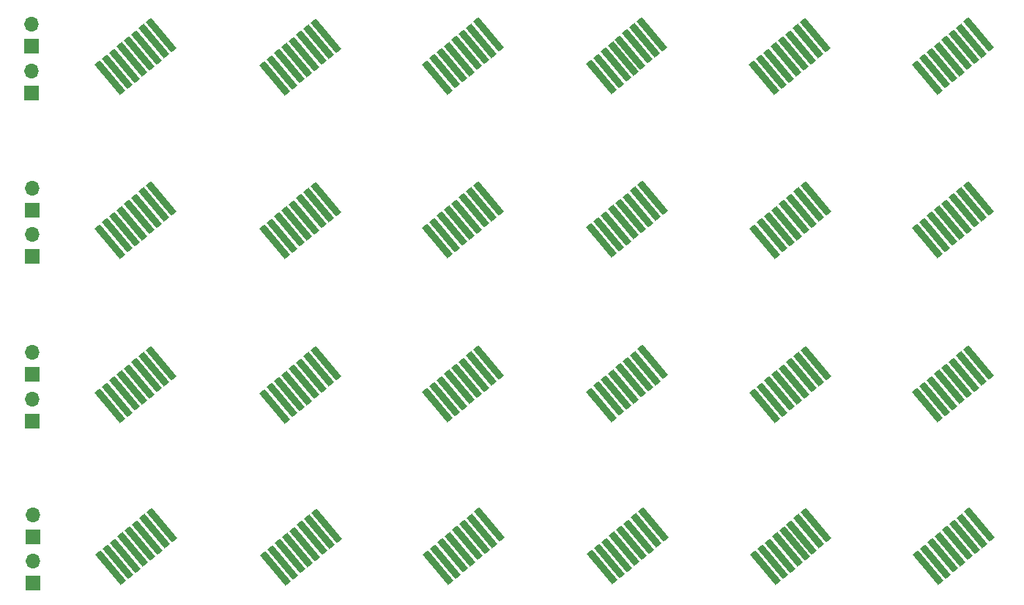
<source format=gbr>
%TF.GenerationSoftware,KiCad,Pcbnew,(6.0.1)*%
%TF.CreationDate,2023-02-20T14:11:09+01:00*%
%TF.ProjectId,omniscope,6f6d6e69-7363-46f7-9065-2e6b69636164,rev?*%
%TF.SameCoordinates,Original*%
%TF.FileFunction,Soldermask,Top*%
%TF.FilePolarity,Negative*%
%FSLAX46Y46*%
G04 Gerber Fmt 4.6, Leading zero omitted, Abs format (unit mm)*
G04 Created by KiCad (PCBNEW (6.0.1)) date 2023-02-20 14:11:09*
%MOMM*%
%LPD*%
G01*
G04 APERTURE LIST*
G04 Aperture macros list*
%AMRotRect*
0 Rectangle, with rotation*
0 The origin of the aperture is its center*
0 $1 length*
0 $2 width*
0 $3 Rotation angle, in degrees counterclockwise*
0 Add horizontal line*
21,1,$1,$2,0,0,$3*%
G04 Aperture macros list end*
%ADD10RotRect,0.806000X4.586000X40.000000*%
%ADD11RotRect,0.800000X4.586000X40.000000*%
%ADD12RotRect,0.808000X4.586000X40.000000*%
%ADD13RotRect,0.810000X4.586000X40.000000*%
%ADD14R,1.700000X1.700000*%
%ADD15O,1.700000X1.700000*%
G04 APERTURE END LIST*
D10*
%TO.C,J8*%
X45977519Y-29121373D03*
D11*
X46817870Y-28416233D03*
X47660520Y-27709168D03*
D12*
X48506233Y-26999531D03*
D11*
X49345818Y-26295033D03*
X50188467Y-25587970D03*
D13*
X51034946Y-24877689D03*
D11*
X51873765Y-24173835D03*
%TD*%
D14*
%TO.C,J2*%
X17907297Y-30831900D03*
D15*
X17907297Y-28291900D03*
%TD*%
D10*
%TO.C,J6*%
X102568719Y-29070573D03*
D11*
X103409070Y-28365433D03*
X104251720Y-27658368D03*
D12*
X105097433Y-26948731D03*
D11*
X105937018Y-26244233D03*
X106779667Y-25537170D03*
D13*
X107626146Y-24826889D03*
D11*
X108464965Y-24123035D03*
%TD*%
D14*
%TO.C,J3*%
X17907297Y-25434100D03*
D15*
X17907297Y-22894100D03*
%TD*%
D10*
%TO.C,J4*%
X64773519Y-29019773D03*
D11*
X65613870Y-28314633D03*
X66456520Y-27607568D03*
D12*
X67302233Y-26897931D03*
D11*
X68141818Y-26193433D03*
X68984467Y-25486370D03*
D13*
X69830946Y-24776089D03*
D11*
X70669765Y-24072235D03*
%TD*%
D10*
%TO.C,J5*%
X83721919Y-28968973D03*
D11*
X84562270Y-28263833D03*
X85404920Y-27556768D03*
D12*
X86250633Y-26847131D03*
D11*
X87090218Y-26142633D03*
X87932867Y-25435570D03*
D13*
X88779346Y-24725289D03*
D11*
X89618165Y-24021435D03*
%TD*%
D10*
%TO.C,J7*%
X121415519Y-29019773D03*
D11*
X122255870Y-28314633D03*
X123098520Y-27607568D03*
D12*
X123944233Y-26897931D03*
D11*
X124783818Y-26193433D03*
X125626467Y-25486370D03*
D13*
X126472946Y-24776089D03*
D11*
X127311765Y-24072235D03*
%TD*%
D10*
%TO.C,J1*%
X26927519Y-29070573D03*
D11*
X27767870Y-28365433D03*
X28610520Y-27658368D03*
D12*
X29456233Y-26948731D03*
D11*
X30295818Y-26244233D03*
X31138467Y-25537170D03*
D13*
X31984946Y-24826889D03*
D11*
X32823765Y-24123035D03*
%TD*%
D10*
%TO.C,J8*%
X46028319Y-48018973D03*
D11*
X46868670Y-47313833D03*
X47711320Y-46606768D03*
D12*
X48557033Y-45897131D03*
D11*
X49396618Y-45192633D03*
X50239267Y-44485570D03*
D13*
X51085746Y-43775289D03*
D11*
X51924565Y-43071435D03*
%TD*%
D14*
%TO.C,J2*%
X17958097Y-49729500D03*
D15*
X17958097Y-47189500D03*
%TD*%
D10*
%TO.C,J6*%
X102619519Y-47968173D03*
D11*
X103459870Y-47263033D03*
X104302520Y-46555968D03*
D12*
X105148233Y-45846331D03*
D11*
X105987818Y-45141833D03*
X106830467Y-44434770D03*
D13*
X107676946Y-43724489D03*
D11*
X108515765Y-43020635D03*
%TD*%
D14*
%TO.C,J3*%
X17958097Y-44331700D03*
D15*
X17958097Y-41791700D03*
%TD*%
D10*
%TO.C,J4*%
X64824319Y-47917373D03*
D11*
X65664670Y-47212233D03*
X66507320Y-46505168D03*
D12*
X67353033Y-45795531D03*
D11*
X68192618Y-45091033D03*
X69035267Y-44383970D03*
D13*
X69881746Y-43673689D03*
D11*
X70720565Y-42969835D03*
%TD*%
D10*
%TO.C,J5*%
X83772719Y-47866573D03*
D11*
X84613070Y-47161433D03*
X85455720Y-46454368D03*
D12*
X86301433Y-45744731D03*
D11*
X87141018Y-45040233D03*
X87983667Y-44333170D03*
D13*
X88830146Y-43622889D03*
D11*
X89668965Y-42919035D03*
%TD*%
D10*
%TO.C,J7*%
X121466319Y-47917373D03*
D11*
X122306670Y-47212233D03*
X123149320Y-46505168D03*
D12*
X123995033Y-45795531D03*
D11*
X124834618Y-45091033D03*
X125677267Y-44383970D03*
D13*
X126523746Y-43673689D03*
D11*
X127362565Y-42969835D03*
%TD*%
D10*
%TO.C,J1*%
X26978319Y-47968173D03*
D11*
X27818670Y-47263033D03*
X28661320Y-46555968D03*
D12*
X29507033Y-45846331D03*
D11*
X30346618Y-45141833D03*
X31189267Y-44434770D03*
D13*
X32035746Y-43724489D03*
D11*
X32874565Y-43020635D03*
%TD*%
D10*
%TO.C,J8*%
X46028319Y-67018173D03*
D11*
X46868670Y-66313033D03*
X47711320Y-65605968D03*
D12*
X48557033Y-64896331D03*
D11*
X49396618Y-64191833D03*
X50239267Y-63484770D03*
D13*
X51085746Y-62774489D03*
D11*
X51924565Y-62070635D03*
%TD*%
D14*
%TO.C,J2*%
X17958097Y-68728700D03*
D15*
X17958097Y-66188700D03*
%TD*%
D10*
%TO.C,J6*%
X102619519Y-66967373D03*
D11*
X103459870Y-66262233D03*
X104302520Y-65555168D03*
D12*
X105148233Y-64845531D03*
D11*
X105987818Y-64141033D03*
X106830467Y-63433970D03*
D13*
X107676946Y-62723689D03*
D11*
X108515765Y-62019835D03*
%TD*%
D14*
%TO.C,J3*%
X17958097Y-63330900D03*
D15*
X17958097Y-60790900D03*
%TD*%
D10*
%TO.C,J4*%
X64824319Y-66916573D03*
D11*
X65664670Y-66211433D03*
X66507320Y-65504368D03*
D12*
X67353033Y-64794731D03*
D11*
X68192618Y-64090233D03*
X69035267Y-63383170D03*
D13*
X69881746Y-62672889D03*
D11*
X70720565Y-61969035D03*
%TD*%
D10*
%TO.C,J5*%
X83772719Y-66865773D03*
D11*
X84613070Y-66160633D03*
X85455720Y-65453568D03*
D12*
X86301433Y-64743931D03*
D11*
X87141018Y-64039433D03*
X87983667Y-63332370D03*
D13*
X88830146Y-62622089D03*
D11*
X89668965Y-61918235D03*
%TD*%
D10*
%TO.C,J7*%
X121466319Y-66916573D03*
D11*
X122306670Y-66211433D03*
X123149320Y-65504368D03*
D12*
X123995033Y-64794731D03*
D11*
X124834618Y-64090233D03*
X125677267Y-63383170D03*
D13*
X126523746Y-62672889D03*
D11*
X127362565Y-61969035D03*
%TD*%
D10*
%TO.C,J1*%
X26978319Y-66967373D03*
D11*
X27818670Y-66262233D03*
X28661320Y-65555168D03*
D12*
X29507033Y-64845531D03*
D11*
X30346618Y-64141033D03*
X31189267Y-63433970D03*
D13*
X32035746Y-62723689D03*
D11*
X32874565Y-62019835D03*
%TD*%
D10*
%TO.C,J6*%
X102695422Y-85721273D03*
D11*
X103535773Y-85016133D03*
X104378423Y-84309068D03*
D12*
X105224136Y-83599431D03*
D11*
X106063721Y-82894933D03*
X106906370Y-82187870D03*
D13*
X107752849Y-81477589D03*
D11*
X108591668Y-80773735D03*
%TD*%
D10*
%TO.C,J8*%
X46104222Y-85772073D03*
D11*
X46944573Y-85066933D03*
X47787223Y-84359868D03*
D12*
X48632936Y-83650231D03*
D11*
X49472521Y-82945733D03*
X50315170Y-82238670D03*
D13*
X51161649Y-81528389D03*
D11*
X52000468Y-80824535D03*
%TD*%
D10*
%TO.C,J7*%
X121542222Y-85670473D03*
D11*
X122382573Y-84965333D03*
X123225223Y-84258268D03*
D12*
X124070936Y-83548631D03*
D11*
X124910521Y-82844133D03*
X125753170Y-82137070D03*
D13*
X126599649Y-81426789D03*
D11*
X127438468Y-80722935D03*
%TD*%
D10*
%TO.C,J4*%
X64900222Y-85670473D03*
D11*
X65740573Y-84965333D03*
X66583223Y-84258268D03*
D12*
X67428936Y-83548631D03*
D11*
X68268521Y-82844133D03*
X69111170Y-82137070D03*
D13*
X69957649Y-81426789D03*
D11*
X70796468Y-80722935D03*
%TD*%
D14*
%TO.C,J3*%
X18034000Y-82084800D03*
D15*
X18034000Y-79544800D03*
%TD*%
D10*
%TO.C,J5*%
X83848622Y-85619673D03*
D11*
X84688973Y-84914533D03*
X85531623Y-84207468D03*
D12*
X86377336Y-83497831D03*
D11*
X87216921Y-82793333D03*
X88059570Y-82086270D03*
D13*
X88906049Y-81375989D03*
D11*
X89744868Y-80672135D03*
%TD*%
D14*
%TO.C,J2*%
X18034000Y-87482600D03*
D15*
X18034000Y-84942600D03*
%TD*%
D10*
%TO.C,J1*%
X27054222Y-85721273D03*
D11*
X27894573Y-85016133D03*
X28737223Y-84309068D03*
D12*
X29582936Y-83599431D03*
D11*
X30422521Y-82894933D03*
X31265170Y-82187870D03*
D13*
X32111649Y-81477589D03*
D11*
X32950468Y-80773735D03*
%TD*%
M02*

</source>
